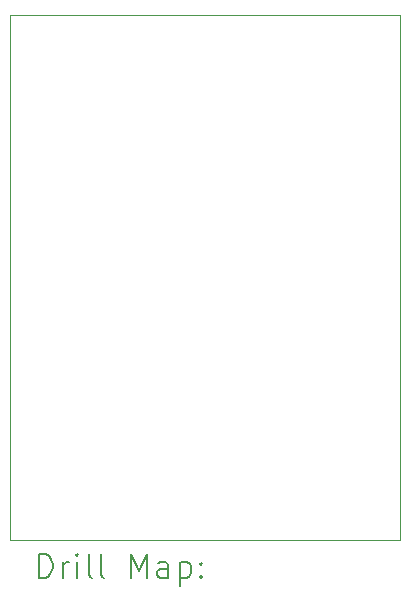
<source format=gbr>
%TF.GenerationSoftware,KiCad,Pcbnew,7.0.1*%
%TF.CreationDate,2023-04-23T22:32:51-07:00*%
%TF.ProjectId,TN9K_VGA,544e394b-5f56-4474-912e-6b696361645f,rev?*%
%TF.SameCoordinates,Original*%
%TF.FileFunction,Drillmap*%
%TF.FilePolarity,Positive*%
%FSLAX45Y45*%
G04 Gerber Fmt 4.5, Leading zero omitted, Abs format (unit mm)*
G04 Created by KiCad (PCBNEW 7.0.1) date 2023-04-23 22:32:51*
%MOMM*%
%LPD*%
G01*
G04 APERTURE LIST*
%ADD10C,0.100000*%
%ADD11C,0.200000*%
G04 APERTURE END LIST*
D10*
X15240000Y-8890000D02*
X15240000Y-4445000D01*
X15240000Y-4445000D02*
X18542000Y-4445000D01*
X18542000Y-8890000D02*
X15240000Y-8890000D01*
X18542000Y-4445000D02*
X18542000Y-8890000D01*
D11*
X15482619Y-9207524D02*
X15482619Y-9007524D01*
X15482619Y-9007524D02*
X15530238Y-9007524D01*
X15530238Y-9007524D02*
X15558809Y-9017048D01*
X15558809Y-9017048D02*
X15577857Y-9036095D01*
X15577857Y-9036095D02*
X15587381Y-9055143D01*
X15587381Y-9055143D02*
X15596905Y-9093238D01*
X15596905Y-9093238D02*
X15596905Y-9121810D01*
X15596905Y-9121810D02*
X15587381Y-9159905D01*
X15587381Y-9159905D02*
X15577857Y-9178952D01*
X15577857Y-9178952D02*
X15558809Y-9198000D01*
X15558809Y-9198000D02*
X15530238Y-9207524D01*
X15530238Y-9207524D02*
X15482619Y-9207524D01*
X15682619Y-9207524D02*
X15682619Y-9074190D01*
X15682619Y-9112286D02*
X15692143Y-9093238D01*
X15692143Y-9093238D02*
X15701667Y-9083714D01*
X15701667Y-9083714D02*
X15720714Y-9074190D01*
X15720714Y-9074190D02*
X15739762Y-9074190D01*
X15806428Y-9207524D02*
X15806428Y-9074190D01*
X15806428Y-9007524D02*
X15796905Y-9017048D01*
X15796905Y-9017048D02*
X15806428Y-9026571D01*
X15806428Y-9026571D02*
X15815952Y-9017048D01*
X15815952Y-9017048D02*
X15806428Y-9007524D01*
X15806428Y-9007524D02*
X15806428Y-9026571D01*
X15930238Y-9207524D02*
X15911190Y-9198000D01*
X15911190Y-9198000D02*
X15901667Y-9178952D01*
X15901667Y-9178952D02*
X15901667Y-9007524D01*
X16035000Y-9207524D02*
X16015952Y-9198000D01*
X16015952Y-9198000D02*
X16006428Y-9178952D01*
X16006428Y-9178952D02*
X16006428Y-9007524D01*
X16263571Y-9207524D02*
X16263571Y-9007524D01*
X16263571Y-9007524D02*
X16330238Y-9150381D01*
X16330238Y-9150381D02*
X16396905Y-9007524D01*
X16396905Y-9007524D02*
X16396905Y-9207524D01*
X16577857Y-9207524D02*
X16577857Y-9102762D01*
X16577857Y-9102762D02*
X16568333Y-9083714D01*
X16568333Y-9083714D02*
X16549286Y-9074190D01*
X16549286Y-9074190D02*
X16511190Y-9074190D01*
X16511190Y-9074190D02*
X16492143Y-9083714D01*
X16577857Y-9198000D02*
X16558809Y-9207524D01*
X16558809Y-9207524D02*
X16511190Y-9207524D01*
X16511190Y-9207524D02*
X16492143Y-9198000D01*
X16492143Y-9198000D02*
X16482619Y-9178952D01*
X16482619Y-9178952D02*
X16482619Y-9159905D01*
X16482619Y-9159905D02*
X16492143Y-9140857D01*
X16492143Y-9140857D02*
X16511190Y-9131333D01*
X16511190Y-9131333D02*
X16558809Y-9131333D01*
X16558809Y-9131333D02*
X16577857Y-9121810D01*
X16673095Y-9074190D02*
X16673095Y-9274190D01*
X16673095Y-9083714D02*
X16692143Y-9074190D01*
X16692143Y-9074190D02*
X16730238Y-9074190D01*
X16730238Y-9074190D02*
X16749286Y-9083714D01*
X16749286Y-9083714D02*
X16758809Y-9093238D01*
X16758809Y-9093238D02*
X16768333Y-9112286D01*
X16768333Y-9112286D02*
X16768333Y-9169429D01*
X16768333Y-9169429D02*
X16758809Y-9188476D01*
X16758809Y-9188476D02*
X16749286Y-9198000D01*
X16749286Y-9198000D02*
X16730238Y-9207524D01*
X16730238Y-9207524D02*
X16692143Y-9207524D01*
X16692143Y-9207524D02*
X16673095Y-9198000D01*
X16854048Y-9188476D02*
X16863571Y-9198000D01*
X16863571Y-9198000D02*
X16854048Y-9207524D01*
X16854048Y-9207524D02*
X16844524Y-9198000D01*
X16844524Y-9198000D02*
X16854048Y-9188476D01*
X16854048Y-9188476D02*
X16854048Y-9207524D01*
X16854048Y-9083714D02*
X16863571Y-9093238D01*
X16863571Y-9093238D02*
X16854048Y-9102762D01*
X16854048Y-9102762D02*
X16844524Y-9093238D01*
X16844524Y-9093238D02*
X16854048Y-9083714D01*
X16854048Y-9083714D02*
X16854048Y-9102762D01*
M02*

</source>
